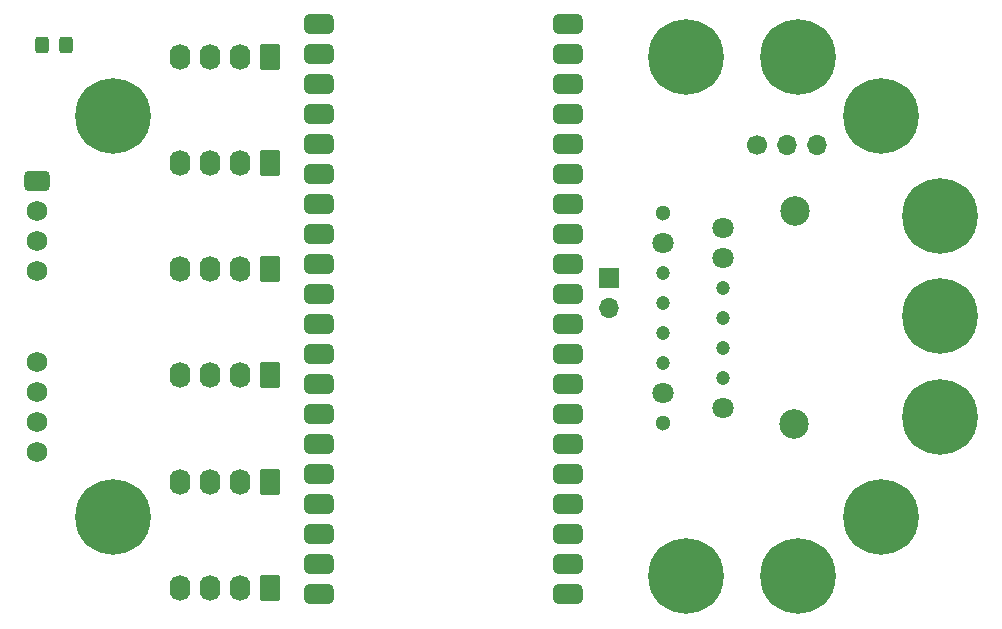
<source format=gbr>
%TF.GenerationSoftware,KiCad,Pcbnew,7.0.8*%
%TF.CreationDate,2023-11-04T19:47:02-03:00*%
%TF.ProjectId,PECDR,50454344-522e-46b6-9963-61645f706362,rev?*%
%TF.SameCoordinates,Original*%
%TF.FileFunction,Soldermask,Top*%
%TF.FilePolarity,Negative*%
%FSLAX46Y46*%
G04 Gerber Fmt 4.6, Leading zero omitted, Abs format (unit mm)*
G04 Created by KiCad (PCBNEW 7.0.8) date 2023-11-04 19:47:02*
%MOMM*%
%LPD*%
G01*
G04 APERTURE LIST*
G04 Aperture macros list*
%AMRoundRect*
0 Rectangle with rounded corners*
0 $1 Rounding radius*
0 $2 $3 $4 $5 $6 $7 $8 $9 X,Y pos of 4 corners*
0 Add a 4 corners polygon primitive as box body*
4,1,4,$2,$3,$4,$5,$6,$7,$8,$9,$2,$3,0*
0 Add four circle primitives for the rounded corners*
1,1,$1+$1,$2,$3*
1,1,$1+$1,$4,$5*
1,1,$1+$1,$6,$7*
1,1,$1+$1,$8,$9*
0 Add four rect primitives between the rounded corners*
20,1,$1+$1,$2,$3,$4,$5,0*
20,1,$1+$1,$4,$5,$6,$7,0*
20,1,$1+$1,$6,$7,$8,$9,0*
20,1,$1+$1,$8,$9,$2,$3,0*%
G04 Aperture macros list end*
%ADD10RoundRect,0.250000X0.620000X0.845000X-0.620000X0.845000X-0.620000X-0.845000X0.620000X-0.845000X0*%
%ADD11O,1.740000X2.190000*%
%ADD12C,0.800000*%
%ADD13C,6.400000*%
%ADD14C,1.700000*%
%ADD15O,1.700000X1.700000*%
%ADD16C,1.740000*%
%ADD17RoundRect,0.435000X0.660000X-0.435000X0.660000X0.435000X-0.660000X0.435000X-0.660000X-0.435000X0*%
%ADD18RoundRect,0.412500X-0.837500X-0.412500X0.837500X-0.412500X0.837500X0.412500X-0.837500X0.412500X0*%
%ADD19C,1.300000*%
%ADD20C,1.800000*%
%ADD21C,1.200000*%
%ADD22C,2.500000*%
%ADD23RoundRect,0.250000X-0.325000X-0.450000X0.325000X-0.450000X0.325000X0.450000X-0.325000X0.450000X0*%
%ADD24R,1.700000X1.700000*%
G04 APERTURE END LIST*
D10*
%TO.C,J5*%
X56790000Y-58302944D03*
D11*
X54250000Y-58302944D03*
X51710000Y-58302944D03*
X49170000Y-58302944D03*
%TD*%
D12*
%TO.C,J14*%
X111100000Y-80302944D03*
X111802944Y-78605888D03*
X111802944Y-82000000D03*
X113500000Y-77902944D03*
D13*
X113500000Y-80302944D03*
D12*
X113500000Y-82702944D03*
X115197056Y-78605888D03*
X115197056Y-82000000D03*
X115900000Y-80302944D03*
%TD*%
D14*
%TO.C,J16*%
X98000000Y-65802944D03*
D15*
X100540000Y-65802944D03*
X103080000Y-65802944D03*
%TD*%
D16*
%TO.C,J7*%
X37020000Y-91822944D03*
X37020000Y-89282944D03*
X37020000Y-86742944D03*
X37020000Y-84202944D03*
%TD*%
D12*
%TO.C,J2*%
X99100000Y-102302944D03*
X99802944Y-100605888D03*
X99802944Y-104000000D03*
X101500000Y-99902944D03*
D13*
X101500000Y-102302944D03*
D12*
X101500000Y-104702944D03*
X103197056Y-100605888D03*
X103197056Y-104000000D03*
X103900000Y-102302944D03*
%TD*%
D10*
%TO.C,J11*%
X56790000Y-103302944D03*
D11*
X54250000Y-103302944D03*
X51710000Y-103302944D03*
X49170000Y-103302944D03*
%TD*%
D10*
%TO.C,J10*%
X56790000Y-94302944D03*
D11*
X54250000Y-94302944D03*
X51710000Y-94302944D03*
X49170000Y-94302944D03*
%TD*%
D12*
%TO.C,J3*%
X99100000Y-58302944D03*
X99802944Y-56605888D03*
X99802944Y-60000000D03*
X101500000Y-55902944D03*
D13*
X101500000Y-58302944D03*
D12*
X101500000Y-60702944D03*
X103197056Y-56605888D03*
X103197056Y-60000000D03*
X103900000Y-58302944D03*
%TD*%
%TO.C,J15*%
X111100000Y-88802944D03*
X111802944Y-87105888D03*
X111802944Y-90500000D03*
X113500000Y-86402944D03*
D13*
X113500000Y-88802944D03*
D12*
X113500000Y-91202944D03*
X115197056Y-87105888D03*
X115197056Y-90500000D03*
X115900000Y-88802944D03*
%TD*%
%TO.C,J13*%
X45900000Y-97302944D03*
X45197056Y-99000000D03*
X45197056Y-95605888D03*
X43500000Y-99702944D03*
D13*
X43500000Y-97302944D03*
D12*
X43500000Y-94902944D03*
X41802944Y-99000000D03*
X41802944Y-95605888D03*
X41100000Y-97302944D03*
%TD*%
D10*
%TO.C,J6*%
X56790000Y-67302944D03*
D11*
X54250000Y-67302944D03*
X51710000Y-67302944D03*
X49170000Y-67302944D03*
%TD*%
D12*
%TO.C,J13*%
X110900000Y-97302944D03*
X110197056Y-99000000D03*
X110197056Y-95605888D03*
X108500000Y-99702944D03*
D13*
X108500000Y-97302944D03*
D12*
X108500000Y-94902944D03*
X106802944Y-99000000D03*
X106802944Y-95605888D03*
X106100000Y-97302944D03*
%TD*%
D10*
%TO.C,J9*%
X56790000Y-85302944D03*
D11*
X54250000Y-85302944D03*
X51710000Y-85302944D03*
X49170000Y-85302944D03*
%TD*%
D12*
%TO.C,J13*%
X45900000Y-63302944D03*
X45197056Y-65000000D03*
X45197056Y-61605888D03*
X43500000Y-65702944D03*
D13*
X43500000Y-63302944D03*
D12*
X43500000Y-60902944D03*
X41802944Y-65000000D03*
X41802944Y-61605888D03*
X41100000Y-63302944D03*
%TD*%
D16*
%TO.C,J17*%
X37020000Y-76502944D03*
X37020000Y-73962944D03*
X37020000Y-71422944D03*
D17*
X37020000Y-68882944D03*
%TD*%
D18*
%TO.C,U3*%
X60900000Y-55562944D03*
X60900000Y-58102944D03*
X60900000Y-60642944D03*
X60900000Y-63182944D03*
X60900000Y-65722944D03*
X60900000Y-68262944D03*
X60900000Y-70802944D03*
X60900000Y-73342944D03*
X60900000Y-75882944D03*
X60900000Y-78422944D03*
X60900000Y-80962944D03*
X60900000Y-83502944D03*
X60900000Y-86042944D03*
X60900000Y-88582944D03*
X60900000Y-91122944D03*
X60900000Y-93662944D03*
X60900000Y-96202944D03*
X60900000Y-98742944D03*
X60900000Y-101282944D03*
X60900000Y-103822944D03*
X81982000Y-103822944D03*
X81982000Y-101282944D03*
X81982000Y-98742944D03*
X81982000Y-96202944D03*
X81982000Y-93662944D03*
X81982000Y-91122944D03*
X81982000Y-88582944D03*
X81982000Y-86042944D03*
X81982000Y-83502944D03*
X81982000Y-80962944D03*
X81982000Y-78422944D03*
X81982000Y-75882944D03*
X81982000Y-73342944D03*
X81982000Y-70802944D03*
X81982000Y-68262944D03*
X81982000Y-65722944D03*
X81982000Y-63182944D03*
X81982000Y-60642944D03*
X81982000Y-58102944D03*
X81982000Y-55562944D03*
%TD*%
D12*
%TO.C,J1*%
X89600000Y-58302944D03*
X90302944Y-56605888D03*
X90302944Y-60000000D03*
X92000000Y-55902944D03*
D13*
X92000000Y-58302944D03*
D12*
X92000000Y-60702944D03*
X93697056Y-56605888D03*
X93697056Y-60000000D03*
X94400000Y-58302944D03*
%TD*%
%TO.C,J12*%
X89600000Y-102302944D03*
X90302944Y-100605888D03*
X90302944Y-104000000D03*
X92000000Y-99902944D03*
D13*
X92000000Y-102302944D03*
D12*
X92000000Y-104702944D03*
X93697056Y-100605888D03*
X93697056Y-104000000D03*
X94400000Y-102302944D03*
%TD*%
D19*
%TO.C,U5*%
X90000000Y-71522944D03*
D20*
X95080000Y-72792944D03*
X90000000Y-74062944D03*
X95080000Y-75332944D03*
D21*
X90000000Y-76602944D03*
X95080000Y-77872944D03*
X90000000Y-79142944D03*
D22*
X101210000Y-71422944D03*
D21*
X95080000Y-80412944D03*
D22*
X101110000Y-89422944D03*
D21*
X90000000Y-81682944D03*
X95080000Y-82952944D03*
X90000000Y-84222944D03*
X95080000Y-85492944D03*
D20*
X90000000Y-86762944D03*
X95080000Y-88032944D03*
D19*
X90000000Y-89302944D03*
%TD*%
D23*
%TO.C,D10*%
X37475000Y-57302944D03*
X39525000Y-57302944D03*
%TD*%
D12*
%TO.C,J4*%
X111100000Y-71802944D03*
X111802944Y-70105888D03*
X111802944Y-73500000D03*
X113500000Y-69402944D03*
D13*
X113500000Y-71802944D03*
D12*
X113500000Y-74202944D03*
X115197056Y-70105888D03*
X115197056Y-73500000D03*
X115900000Y-71802944D03*
%TD*%
D10*
%TO.C,J8*%
X56790000Y-76302944D03*
D11*
X54250000Y-76302944D03*
X51710000Y-76302944D03*
X49170000Y-76302944D03*
%TD*%
D12*
%TO.C,J13*%
X110900000Y-63302944D03*
X110197056Y-65000000D03*
X110197056Y-61605888D03*
X108500000Y-65702944D03*
D13*
X108500000Y-63302944D03*
D12*
X108500000Y-60902944D03*
X106802944Y-65000000D03*
X106802944Y-61605888D03*
X106100000Y-63302944D03*
%TD*%
D24*
%TO.C,JP1*%
X85500000Y-77062944D03*
D15*
X85500000Y-79602944D03*
%TD*%
M02*

</source>
